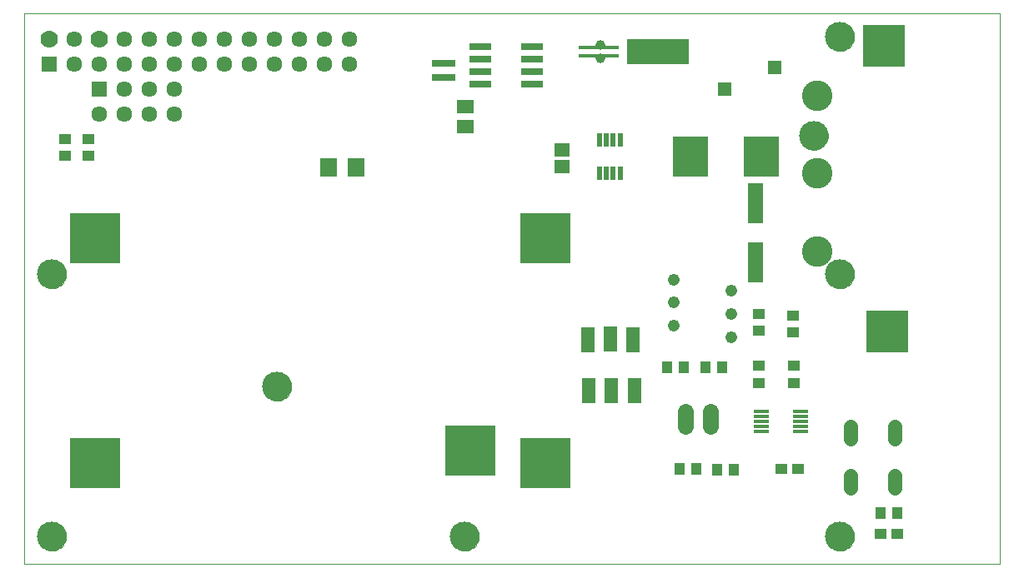
<source format=gts>
G75*
%MOIN*%
%OFA0B0*%
%FSLAX24Y24*%
%IPPOS*%
%LPD*%
%AMOC8*
5,1,8,0,0,1.08239X$1,22.5*
%
%ADD10C,0.0000*%
%ADD11R,0.0634X0.0634*%
%ADD12C,0.0700*%
%ADD13C,0.0634*%
%ADD14C,0.1182*%
%ADD15R,0.0910X0.0280*%
%ADD16R,0.0926X0.0276*%
%ADD17R,0.1615X0.0138*%
%ADD18R,0.2481X0.1024*%
%ADD19C,0.0390*%
%ADD20R,0.0670X0.0552*%
%ADD21R,0.0631X0.1615*%
%ADD22R,0.0217X0.0571*%
%ADD23R,0.0532X0.1024*%
%ADD24R,0.0631X0.0552*%
%ADD25R,0.0473X0.0434*%
%ADD26R,0.0670X0.0749*%
%ADD27C,0.0555*%
%ADD28R,0.0434X0.0473*%
%ADD29C,0.0476*%
%ADD30R,0.2009X0.2009*%
%ADD31C,0.0640*%
%ADD32C,0.1221*%
%ADD33R,0.0555X0.0555*%
%ADD34R,0.0611X0.0158*%
%ADD35R,0.1418X0.1615*%
%ADD36R,0.1700X0.1700*%
D10*
X000100Y000185D02*
X000100Y022232D01*
X039076Y022232D01*
X039076Y000185D01*
X000100Y000185D01*
X000623Y001301D02*
X000625Y001348D01*
X000631Y001395D01*
X000640Y001441D01*
X000654Y001486D01*
X000671Y001530D01*
X000692Y001573D01*
X000716Y001613D01*
X000743Y001652D01*
X000774Y001688D01*
X000807Y001721D01*
X000843Y001752D01*
X000882Y001779D01*
X000922Y001803D01*
X000965Y001824D01*
X001009Y001841D01*
X001054Y001855D01*
X001100Y001864D01*
X001147Y001870D01*
X001194Y001872D01*
X001241Y001870D01*
X001288Y001864D01*
X001334Y001855D01*
X001379Y001841D01*
X001423Y001824D01*
X001466Y001803D01*
X001506Y001779D01*
X001545Y001752D01*
X001581Y001721D01*
X001614Y001688D01*
X001645Y001652D01*
X001672Y001613D01*
X001696Y001573D01*
X001717Y001530D01*
X001734Y001486D01*
X001748Y001441D01*
X001757Y001395D01*
X001763Y001348D01*
X001765Y001301D01*
X001763Y001254D01*
X001757Y001207D01*
X001748Y001161D01*
X001734Y001116D01*
X001717Y001072D01*
X001696Y001029D01*
X001672Y000989D01*
X001645Y000950D01*
X001614Y000914D01*
X001581Y000881D01*
X001545Y000850D01*
X001506Y000823D01*
X001466Y000799D01*
X001423Y000778D01*
X001379Y000761D01*
X001334Y000747D01*
X001288Y000738D01*
X001241Y000732D01*
X001194Y000730D01*
X001147Y000732D01*
X001100Y000738D01*
X001054Y000747D01*
X001009Y000761D01*
X000965Y000778D01*
X000922Y000799D01*
X000882Y000823D01*
X000843Y000850D01*
X000807Y000881D01*
X000774Y000914D01*
X000743Y000950D01*
X000716Y000989D01*
X000692Y001029D01*
X000671Y001072D01*
X000654Y001116D01*
X000640Y001161D01*
X000631Y001207D01*
X000625Y001254D01*
X000623Y001301D01*
X009623Y007301D02*
X009625Y007348D01*
X009631Y007395D01*
X009640Y007441D01*
X009654Y007486D01*
X009671Y007530D01*
X009692Y007573D01*
X009716Y007613D01*
X009743Y007652D01*
X009774Y007688D01*
X009807Y007721D01*
X009843Y007752D01*
X009882Y007779D01*
X009922Y007803D01*
X009965Y007824D01*
X010009Y007841D01*
X010054Y007855D01*
X010100Y007864D01*
X010147Y007870D01*
X010194Y007872D01*
X010241Y007870D01*
X010288Y007864D01*
X010334Y007855D01*
X010379Y007841D01*
X010423Y007824D01*
X010466Y007803D01*
X010506Y007779D01*
X010545Y007752D01*
X010581Y007721D01*
X010614Y007688D01*
X010645Y007652D01*
X010672Y007613D01*
X010696Y007573D01*
X010717Y007530D01*
X010734Y007486D01*
X010748Y007441D01*
X010757Y007395D01*
X010763Y007348D01*
X010765Y007301D01*
X010763Y007254D01*
X010757Y007207D01*
X010748Y007161D01*
X010734Y007116D01*
X010717Y007072D01*
X010696Y007029D01*
X010672Y006989D01*
X010645Y006950D01*
X010614Y006914D01*
X010581Y006881D01*
X010545Y006850D01*
X010506Y006823D01*
X010466Y006799D01*
X010423Y006778D01*
X010379Y006761D01*
X010334Y006747D01*
X010288Y006738D01*
X010241Y006732D01*
X010194Y006730D01*
X010147Y006732D01*
X010100Y006738D01*
X010054Y006747D01*
X010009Y006761D01*
X009965Y006778D01*
X009922Y006799D01*
X009882Y006823D01*
X009843Y006850D01*
X009807Y006881D01*
X009774Y006914D01*
X009743Y006950D01*
X009716Y006989D01*
X009692Y007029D01*
X009671Y007072D01*
X009654Y007116D01*
X009640Y007161D01*
X009631Y007207D01*
X009625Y007254D01*
X009623Y007301D01*
X000623Y011801D02*
X000625Y011848D01*
X000631Y011895D01*
X000640Y011941D01*
X000654Y011986D01*
X000671Y012030D01*
X000692Y012073D01*
X000716Y012113D01*
X000743Y012152D01*
X000774Y012188D01*
X000807Y012221D01*
X000843Y012252D01*
X000882Y012279D01*
X000922Y012303D01*
X000965Y012324D01*
X001009Y012341D01*
X001054Y012355D01*
X001100Y012364D01*
X001147Y012370D01*
X001194Y012372D01*
X001241Y012370D01*
X001288Y012364D01*
X001334Y012355D01*
X001379Y012341D01*
X001423Y012324D01*
X001466Y012303D01*
X001506Y012279D01*
X001545Y012252D01*
X001581Y012221D01*
X001614Y012188D01*
X001645Y012152D01*
X001672Y012113D01*
X001696Y012073D01*
X001717Y012030D01*
X001734Y011986D01*
X001748Y011941D01*
X001757Y011895D01*
X001763Y011848D01*
X001765Y011801D01*
X001763Y011754D01*
X001757Y011707D01*
X001748Y011661D01*
X001734Y011616D01*
X001717Y011572D01*
X001696Y011529D01*
X001672Y011489D01*
X001645Y011450D01*
X001614Y011414D01*
X001581Y011381D01*
X001545Y011350D01*
X001506Y011323D01*
X001466Y011299D01*
X001423Y011278D01*
X001379Y011261D01*
X001334Y011247D01*
X001288Y011238D01*
X001241Y011232D01*
X001194Y011230D01*
X001147Y011232D01*
X001100Y011238D01*
X001054Y011247D01*
X001009Y011261D01*
X000965Y011278D01*
X000922Y011299D01*
X000882Y011323D01*
X000843Y011350D01*
X000807Y011381D01*
X000774Y011414D01*
X000743Y011450D01*
X000716Y011489D01*
X000692Y011529D01*
X000671Y011572D01*
X000654Y011616D01*
X000640Y011661D01*
X000631Y011707D01*
X000625Y011754D01*
X000623Y011801D01*
X017123Y001301D02*
X017125Y001348D01*
X017131Y001395D01*
X017140Y001441D01*
X017154Y001486D01*
X017171Y001530D01*
X017192Y001573D01*
X017216Y001613D01*
X017243Y001652D01*
X017274Y001688D01*
X017307Y001721D01*
X017343Y001752D01*
X017382Y001779D01*
X017422Y001803D01*
X017465Y001824D01*
X017509Y001841D01*
X017554Y001855D01*
X017600Y001864D01*
X017647Y001870D01*
X017694Y001872D01*
X017741Y001870D01*
X017788Y001864D01*
X017834Y001855D01*
X017879Y001841D01*
X017923Y001824D01*
X017966Y001803D01*
X018006Y001779D01*
X018045Y001752D01*
X018081Y001721D01*
X018114Y001688D01*
X018145Y001652D01*
X018172Y001613D01*
X018196Y001573D01*
X018217Y001530D01*
X018234Y001486D01*
X018248Y001441D01*
X018257Y001395D01*
X018263Y001348D01*
X018265Y001301D01*
X018263Y001254D01*
X018257Y001207D01*
X018248Y001161D01*
X018234Y001116D01*
X018217Y001072D01*
X018196Y001029D01*
X018172Y000989D01*
X018145Y000950D01*
X018114Y000914D01*
X018081Y000881D01*
X018045Y000850D01*
X018006Y000823D01*
X017966Y000799D01*
X017923Y000778D01*
X017879Y000761D01*
X017834Y000747D01*
X017788Y000738D01*
X017741Y000732D01*
X017694Y000730D01*
X017647Y000732D01*
X017600Y000738D01*
X017554Y000747D01*
X017509Y000761D01*
X017465Y000778D01*
X017422Y000799D01*
X017382Y000823D01*
X017343Y000850D01*
X017307Y000881D01*
X017274Y000914D01*
X017243Y000950D01*
X017216Y000989D01*
X017192Y001029D01*
X017171Y001072D01*
X017154Y001116D01*
X017140Y001161D01*
X017131Y001207D01*
X017125Y001254D01*
X017123Y001301D01*
X032123Y001301D02*
X032125Y001348D01*
X032131Y001395D01*
X032140Y001441D01*
X032154Y001486D01*
X032171Y001530D01*
X032192Y001573D01*
X032216Y001613D01*
X032243Y001652D01*
X032274Y001688D01*
X032307Y001721D01*
X032343Y001752D01*
X032382Y001779D01*
X032422Y001803D01*
X032465Y001824D01*
X032509Y001841D01*
X032554Y001855D01*
X032600Y001864D01*
X032647Y001870D01*
X032694Y001872D01*
X032741Y001870D01*
X032788Y001864D01*
X032834Y001855D01*
X032879Y001841D01*
X032923Y001824D01*
X032966Y001803D01*
X033006Y001779D01*
X033045Y001752D01*
X033081Y001721D01*
X033114Y001688D01*
X033145Y001652D01*
X033172Y001613D01*
X033196Y001573D01*
X033217Y001530D01*
X033234Y001486D01*
X033248Y001441D01*
X033257Y001395D01*
X033263Y001348D01*
X033265Y001301D01*
X033263Y001254D01*
X033257Y001207D01*
X033248Y001161D01*
X033234Y001116D01*
X033217Y001072D01*
X033196Y001029D01*
X033172Y000989D01*
X033145Y000950D01*
X033114Y000914D01*
X033081Y000881D01*
X033045Y000850D01*
X033006Y000823D01*
X032966Y000799D01*
X032923Y000778D01*
X032879Y000761D01*
X032834Y000747D01*
X032788Y000738D01*
X032741Y000732D01*
X032694Y000730D01*
X032647Y000732D01*
X032600Y000738D01*
X032554Y000747D01*
X032509Y000761D01*
X032465Y000778D01*
X032422Y000799D01*
X032382Y000823D01*
X032343Y000850D01*
X032307Y000881D01*
X032274Y000914D01*
X032243Y000950D01*
X032216Y000989D01*
X032192Y001029D01*
X032171Y001072D01*
X032154Y001116D01*
X032140Y001161D01*
X032131Y001207D01*
X032125Y001254D01*
X032123Y001301D01*
X032123Y011801D02*
X032125Y011848D01*
X032131Y011895D01*
X032140Y011941D01*
X032154Y011986D01*
X032171Y012030D01*
X032192Y012073D01*
X032216Y012113D01*
X032243Y012152D01*
X032274Y012188D01*
X032307Y012221D01*
X032343Y012252D01*
X032382Y012279D01*
X032422Y012303D01*
X032465Y012324D01*
X032509Y012341D01*
X032554Y012355D01*
X032600Y012364D01*
X032647Y012370D01*
X032694Y012372D01*
X032741Y012370D01*
X032788Y012364D01*
X032834Y012355D01*
X032879Y012341D01*
X032923Y012324D01*
X032966Y012303D01*
X033006Y012279D01*
X033045Y012252D01*
X033081Y012221D01*
X033114Y012188D01*
X033145Y012152D01*
X033172Y012113D01*
X033196Y012073D01*
X033217Y012030D01*
X033234Y011986D01*
X033248Y011941D01*
X033257Y011895D01*
X033263Y011848D01*
X033265Y011801D01*
X033263Y011754D01*
X033257Y011707D01*
X033248Y011661D01*
X033234Y011616D01*
X033217Y011572D01*
X033196Y011529D01*
X033172Y011489D01*
X033145Y011450D01*
X033114Y011414D01*
X033081Y011381D01*
X033045Y011350D01*
X033006Y011323D01*
X032966Y011299D01*
X032923Y011278D01*
X032879Y011261D01*
X032834Y011247D01*
X032788Y011238D01*
X032741Y011232D01*
X032694Y011230D01*
X032647Y011232D01*
X032600Y011238D01*
X032554Y011247D01*
X032509Y011261D01*
X032465Y011278D01*
X032422Y011299D01*
X032382Y011323D01*
X032343Y011350D01*
X032307Y011381D01*
X032274Y011414D01*
X032243Y011450D01*
X032216Y011489D01*
X032192Y011529D01*
X032171Y011572D01*
X032154Y011616D01*
X032140Y011661D01*
X032131Y011707D01*
X032125Y011754D01*
X032123Y011801D01*
X031080Y017341D02*
X031082Y017388D01*
X031088Y017435D01*
X031097Y017481D01*
X031111Y017526D01*
X031128Y017570D01*
X031149Y017613D01*
X031173Y017653D01*
X031200Y017692D01*
X031231Y017728D01*
X031264Y017761D01*
X031300Y017792D01*
X031339Y017819D01*
X031379Y017843D01*
X031422Y017864D01*
X031466Y017881D01*
X031511Y017895D01*
X031557Y017904D01*
X031604Y017910D01*
X031651Y017912D01*
X031698Y017910D01*
X031745Y017904D01*
X031791Y017895D01*
X031836Y017881D01*
X031880Y017864D01*
X031923Y017843D01*
X031963Y017819D01*
X032002Y017792D01*
X032038Y017761D01*
X032071Y017728D01*
X032102Y017692D01*
X032129Y017653D01*
X032153Y017613D01*
X032174Y017570D01*
X032191Y017526D01*
X032205Y017481D01*
X032214Y017435D01*
X032220Y017388D01*
X032222Y017341D01*
X032220Y017294D01*
X032214Y017247D01*
X032205Y017201D01*
X032191Y017156D01*
X032174Y017112D01*
X032153Y017069D01*
X032129Y017029D01*
X032102Y016990D01*
X032071Y016954D01*
X032038Y016921D01*
X032002Y016890D01*
X031963Y016863D01*
X031923Y016839D01*
X031880Y016818D01*
X031836Y016801D01*
X031791Y016787D01*
X031745Y016778D01*
X031698Y016772D01*
X031651Y016770D01*
X031604Y016772D01*
X031557Y016778D01*
X031511Y016787D01*
X031466Y016801D01*
X031422Y016818D01*
X031379Y016839D01*
X031339Y016863D01*
X031300Y016890D01*
X031264Y016921D01*
X031231Y016954D01*
X031200Y016990D01*
X031173Y017029D01*
X031149Y017069D01*
X031128Y017112D01*
X031111Y017156D01*
X031097Y017201D01*
X031088Y017247D01*
X031082Y017294D01*
X031080Y017341D01*
X032123Y021301D02*
X032125Y021348D01*
X032131Y021395D01*
X032140Y021441D01*
X032154Y021486D01*
X032171Y021530D01*
X032192Y021573D01*
X032216Y021613D01*
X032243Y021652D01*
X032274Y021688D01*
X032307Y021721D01*
X032343Y021752D01*
X032382Y021779D01*
X032422Y021803D01*
X032465Y021824D01*
X032509Y021841D01*
X032554Y021855D01*
X032600Y021864D01*
X032647Y021870D01*
X032694Y021872D01*
X032741Y021870D01*
X032788Y021864D01*
X032834Y021855D01*
X032879Y021841D01*
X032923Y021824D01*
X032966Y021803D01*
X033006Y021779D01*
X033045Y021752D01*
X033081Y021721D01*
X033114Y021688D01*
X033145Y021652D01*
X033172Y021613D01*
X033196Y021573D01*
X033217Y021530D01*
X033234Y021486D01*
X033248Y021441D01*
X033257Y021395D01*
X033263Y021348D01*
X033265Y021301D01*
X033263Y021254D01*
X033257Y021207D01*
X033248Y021161D01*
X033234Y021116D01*
X033217Y021072D01*
X033196Y021029D01*
X033172Y020989D01*
X033145Y020950D01*
X033114Y020914D01*
X033081Y020881D01*
X033045Y020850D01*
X033006Y020823D01*
X032966Y020799D01*
X032923Y020778D01*
X032879Y020761D01*
X032834Y020747D01*
X032788Y020738D01*
X032741Y020732D01*
X032694Y020730D01*
X032647Y020732D01*
X032600Y020738D01*
X032554Y020747D01*
X032509Y020761D01*
X032465Y020778D01*
X032422Y020799D01*
X032382Y020823D01*
X032343Y020850D01*
X032307Y020881D01*
X032274Y020914D01*
X032243Y020950D01*
X032216Y020989D01*
X032192Y021029D01*
X032171Y021072D01*
X032154Y021116D01*
X032140Y021161D01*
X032131Y021207D01*
X032125Y021254D01*
X032123Y021301D01*
D11*
X003100Y019185D03*
X001100Y020185D03*
D12*
X001100Y021185D03*
X003100Y021185D03*
D13*
X002100Y021185D03*
X002100Y020185D03*
X003100Y020185D03*
X004100Y020185D03*
X005100Y020185D03*
X006100Y020185D03*
X007100Y020185D03*
X008100Y020185D03*
X009100Y020185D03*
X010100Y020185D03*
X011100Y020185D03*
X012100Y020185D03*
X013100Y020185D03*
X013100Y021185D03*
X012100Y021185D03*
X011100Y021185D03*
X010100Y021185D03*
X009100Y021185D03*
X008100Y021185D03*
X007100Y021185D03*
X006100Y021185D03*
X005100Y021185D03*
X004100Y021185D03*
X004100Y019185D03*
X005100Y019185D03*
X006100Y019185D03*
X006100Y018185D03*
X005100Y018185D03*
X004100Y018185D03*
X003100Y018185D03*
D14*
X001194Y011801D03*
X010194Y007301D03*
X017694Y001301D03*
X032694Y001301D03*
X032694Y011801D03*
X031651Y017341D03*
X032694Y021301D03*
X001194Y001301D03*
D15*
X018322Y019396D03*
X018322Y019896D03*
X018322Y020396D03*
X018322Y020896D03*
X020382Y020896D03*
X020382Y020396D03*
X020382Y019896D03*
X020382Y019396D03*
D16*
X016872Y019654D03*
X016872Y020244D03*
D17*
X023053Y020539D03*
X023053Y020854D03*
D18*
X025415Y020697D03*
D19*
X023131Y020972D03*
X023131Y020421D03*
D20*
X017738Y018492D03*
X017738Y017705D03*
D21*
X029313Y014634D03*
X029313Y012272D03*
D22*
X023909Y015844D03*
X023624Y015844D03*
X023368Y015844D03*
X023082Y015844D03*
X023082Y017154D03*
X023368Y017154D03*
X023624Y017154D03*
X023909Y017154D03*
D23*
X023525Y009189D03*
X022624Y009177D03*
X024439Y009177D03*
X024478Y007130D03*
X023565Y007142D03*
X022663Y007130D03*
D24*
X021596Y016110D03*
X021596Y016780D03*
D25*
X029470Y010205D03*
X029470Y009535D03*
X030809Y009457D03*
X030809Y010126D03*
X030848Y008118D03*
X030848Y007449D03*
X029470Y007449D03*
X029470Y008118D03*
X030356Y004004D03*
X031025Y004004D03*
X034332Y001406D03*
X035002Y001406D03*
X002659Y016543D03*
X001714Y016543D03*
X001714Y017213D03*
X002659Y017213D03*
D26*
X012265Y016051D03*
X013368Y016051D03*
D27*
X033116Y005702D02*
X033116Y005187D01*
X034887Y005187D02*
X034887Y005702D01*
X034887Y003734D02*
X034887Y003219D01*
X033116Y003219D02*
X033116Y003734D01*
D28*
X034332Y002232D03*
X035002Y002232D03*
X028466Y003965D03*
X027797Y003965D03*
X026970Y004004D03*
X026301Y004004D03*
X026458Y008059D03*
X025789Y008059D03*
X027324Y008059D03*
X027994Y008059D03*
D29*
X028368Y009276D03*
X028368Y010197D03*
X028368Y011118D03*
X026065Y010657D03*
X026065Y011579D03*
X026065Y009736D03*
D30*
X020911Y013228D03*
X017911Y004728D03*
X020911Y004228D03*
X002911Y004228D03*
X002911Y013228D03*
D31*
X026529Y006312D02*
X026529Y005712D01*
X027529Y005712D02*
X027529Y006312D01*
D32*
X031801Y012709D03*
X031801Y015819D03*
X031801Y018929D03*
D33*
X030100Y020067D03*
X028092Y019201D03*
D34*
X029549Y006287D03*
X029549Y006091D03*
X029549Y005894D03*
X029549Y005697D03*
X029549Y005500D03*
X031124Y005500D03*
X031124Y005697D03*
X031124Y005894D03*
X031124Y006091D03*
X031124Y006287D03*
D35*
X029549Y016484D03*
X026739Y016484D03*
D36*
X034470Y020933D03*
X034588Y009516D03*
M02*

</source>
